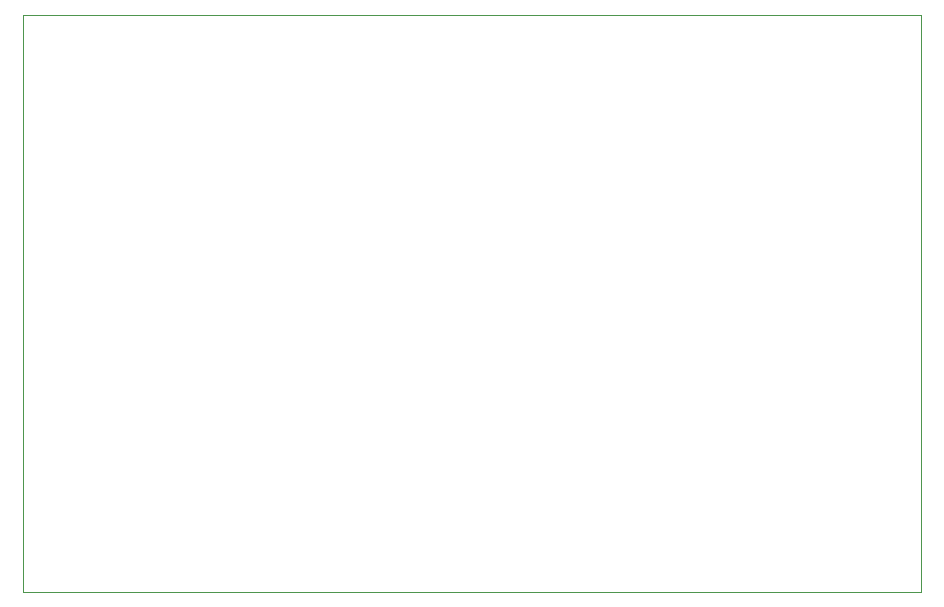
<source format=gko>
G04*
G04  File:            DXEMU_GERBER.GKO, Fri Jul 12 00:14:53 2019*
G04  Source:          P-CAD 2006 PCB, Version 19.02.958, (D:\retrocomputing\dxemu\PCB\temp\dxemu_gerber.pcb)*
G04  Format:          Gerber Format (RS-274-D), ASCII*
G04*
G04  Format Options:  Absolute Positioning*
G04                   Leading-Zero Suppression*
G04                   Scale Factor 1:1*
G04                   NO Circular Interpolation*
G04                   Inch Units*
G04                   Numeric Format: 4.4 (XXXX.XXXX)*
G04                   G54 NOT Used for Aperture Change*
G04                   Apertures Embedded*
G04*
G04  File Options:    Offset = (0.0mil,0.0mil)*
G04                   Drill Symbol Size = 80.0mil*
G04                   Pad/Via Holes*
G04*
G04  File Contents:   Pads*
G04                   Vias*
G04                   No Designators*
G04                   No Types*
G04                   No Values*
G04                   No Drill Symbols*
G04                   Board*
G04*
%INDXEMU_GERBER.GKO*%
%ICAS*%
%MOIN*%
G04*
G04  Aperture MACROs for general use --- invoked via D-code assignment *
G04*
G04  General MACRO for flashed round with rotation and/or offset hole *
%AMROTOFFROUND*
1,1,$1,0.0000,0.0000*
1,0,$2,$3,$4*%
G04*
G04  General MACRO for flashed oval (obround) with rotation and/or offset hole *
%AMROTOFFOVAL*
21,1,$1,$2,0.0000,0.0000,$3*
1,1,$4,$5,$6*
1,1,$4,0-$5,0-$6*
1,0,$7,$8,$9*%
G04*
G04  General MACRO for flashed oval (obround) with rotation and no hole *
%AMROTOVALNOHOLE*
21,1,$1,$2,0.0000,0.0000,$3*
1,1,$4,$5,$6*
1,1,$4,0-$5,0-$6*%
G04*
G04  General MACRO for flashed rectangle with rotation and/or offset hole *
%AMROTOFFRECT*
21,1,$1,$2,0.0000,0.0000,$3*
1,0,$4,$5,$6*%
G04*
G04  General MACRO for flashed rectangle with rotation and no hole *
%AMROTRECTNOHOLE*
21,1,$1,$2,0.0000,0.0000,$3*%
G04*
G04  General MACRO for flashed rounded-rectangle *
%AMROUNDRECT*
21,1,$1,$2-$4,0.0000,0.0000,$3*
21,1,$1-$4,$2,0.0000,0.0000,$3*
1,1,$4,$5,$6*
1,1,$4,$7,$8*
1,1,$4,0-$5,0-$6*
1,1,$4,0-$7,0-$8*
1,0,$9,$10,$11*%
G04*
G04  General MACRO for flashed rounded-rectangle with rotation and no hole *
%AMROUNDRECTNOHOLE*
21,1,$1,$2-$4,0.0000,0.0000,$3*
21,1,$1-$4,$2,0.0000,0.0000,$3*
1,1,$4,$5,$6*
1,1,$4,$7,$8*
1,1,$4,0-$5,0-$6*
1,1,$4,0-$7,0-$8*%
G04*
G04  General MACRO for flashed regular polygon *
%AMREGPOLY*
5,1,$1,0.0000,0.0000,$2,$3+$4*
1,0,$5,$6,$7*%
G04*
G04  General MACRO for flashed regular polygon with no hole *
%AMREGPOLYNOHOLE*
5,1,$1,0.0000,0.0000,$2,$3+$4*%
G04*
G04  General MACRO for target *
%AMTARGET*
6,0,0,$1,$2,$3,4,$4,$5,$6*%
G04*
G04  General MACRO for mounting hole *
%AMMTHOLE*
1,1,$1,0,0*
1,0,$2,0,0*
$1=$1-$2*
$1=$1/2*
21,1,$2+$1,$3,0,0,$4*
21,1,$3,$2+$1,0,0,$4*%
G04*
G04*
G04  D10 : "Ellipse X0.254mm Y0.254mm H0.000mm 0.0deg (0.000mm,0.000mm) Draw"*
G04  Disc: OuterDia=0.0100*
%ADD10C, 0.0100*%
G04  D11 : "Ellipse X0.300mm Y0.300mm H0.000mm 0.0deg (0.000mm,0.000mm) Draw"*
G04  Disc: OuterDia=0.0118*
%ADD11C, 0.0118*%
G04  D12 : "Ellipse X0.350mm Y0.350mm H0.000mm 0.0deg (0.000mm,0.000mm) Draw"*
G04  Disc: OuterDia=0.0138*
%ADD12C, 0.0138*%
G04  D13 : "Ellipse X0.400mm Y0.400mm H0.000mm 0.0deg (0.000mm,0.000mm) Draw"*
G04  Disc: OuterDia=0.0157*
%ADD13C, 0.0157*%
G04  D14 : "Ellipse X0.500mm Y0.500mm H0.000mm 0.0deg (0.000mm,0.000mm) Draw"*
G04  Disc: OuterDia=0.0197*
%ADD14C, 0.0197*%
G04  D15 : "Ellipse X0.100mm Y0.100mm H0.000mm 0.0deg (0.000mm,0.000mm) Draw"*
G04  Disc: OuterDia=0.0039*
%ADD15C, 0.0039*%
G04  D16 : "Ellipse X1.000mm Y1.000mm H0.000mm 0.0deg (0.000mm,0.000mm) Draw"*
G04  Disc: OuterDia=0.0394*
%ADD16C, 0.0394*%
G04  D17 : "Ellipse X0.130mm Y0.130mm H0.000mm 0.0deg (0.000mm,0.000mm) Draw"*
G04  Disc: OuterDia=0.0051*
%ADD17C, 0.0051*%
G04  D18 : "Ellipse X0.150mm Y0.150mm H0.000mm 0.0deg (0.000mm,0.000mm) Draw"*
G04  Disc: OuterDia=0.0059*
%ADD18C, 0.0059*%
G04  D19 : "Ellipse X0.200mm Y0.200mm H0.000mm 0.0deg (0.000mm,0.000mm) Draw"*
G04  Disc: OuterDia=0.0079*
%ADD19C, 0.0079*%
G04  D20 : "Ellipse X0.250mm Y0.250mm H0.000mm 0.0deg (0.000mm,0.000mm) Draw"*
G04  Disc: OuterDia=0.0098*
%ADD20C, 0.0098*%
G04  D21 : "Ellipse X1.500mm Y1.500mm H0.000mm 0.0deg (0.000mm,0.000mm) Flash"*
G04  Disc: OuterDia=0.0591*
%ADD21C, 0.0591*%
G04  D22 : "Ellipse X1.800mm Y1.800mm H0.000mm 0.0deg (0.000mm,0.000mm) Flash"*
G04  Disc: OuterDia=0.0709*
%ADD22C, 0.0709*%
G04  D23 : "Ellipse X1.881mm Y1.881mm H0.000mm 0.0deg (0.000mm,0.000mm) Flash"*
G04  Disc: OuterDia=0.0741*
%ADD23C, 0.0741*%
G04  D24 : "Ellipse X2.181mm Y2.181mm H0.000mm 0.0deg (0.000mm,0.000mm) Flash"*
G04  Disc: OuterDia=0.0859*
%ADD24C, 0.0859*%
G04  D25 : "Rounded Rectangle X0.850mm Y2.600mm H0.000mm 0.0deg (0.000mm,0.000mm) Flash"*
G04  RoundRct: DimX=0.0335, DimY=0.1024, CornerRad=0.0084, Rotation=0.0, OffsetX=0.0000, OffsetY=0.0000, HoleDia=0.0000 *
%ADD25ROUNDRECTNOHOLE, 0.0335 X0.1024 X0.0 X0.0167 X-0.0084 X-0.0428 X-0.0084 X0.0428*%
G04  D26 : "Rounded Rectangle X1.231mm Y2.981mm H0.000mm 0.0deg (0.000mm,0.000mm) Flash"*
G04  RoundRct: DimX=0.0485, DimY=0.1174, CornerRad=0.0121, Rotation=0.0, OffsetX=0.0000, OffsetY=0.0000, HoleDia=0.0000 *
%ADD26ROUNDRECTNOHOLE, 0.0485 X0.1174 X0.0 X0.0242 X-0.0121 X-0.0466 X-0.0121 X0.0466*%
G04  D27 : "Rounded Rectangle X1.500mm Y8.500mm H0.000mm 0.0deg (0.000mm,0.000mm) Flash"*
G04  RoundRct: DimX=0.0591, DimY=0.3346, CornerRad=0.0148, Rotation=0.0, OffsetX=0.0000, OffsetY=0.0000, HoleDia=0.0000 *
%ADD27ROUNDRECTNOHOLE, 0.0591 X0.3346 X0.0 X0.0295 X-0.0148 X-0.1526 X-0.0148 X0.1526*%
G04  D28 : "Rounded Rectangle X1.881mm Y8.881mm H0.000mm 0.0deg (0.000mm,0.000mm) Flash"*
G04  RoundRct: DimX=0.0741, DimY=0.3496, CornerRad=0.0185, Rotation=0.0, OffsetX=0.0000, OffsetY=0.0000, HoleDia=0.0000 *
%ADD28ROUNDRECTNOHOLE, 0.0741 X0.3496 X0.0 X0.0370 X-0.0185 X-0.1563 X-0.0185 X0.1563*%
G04  D29 : "Rounded Rectangle X1.000mm Y0.400mm H0.000mm 0.0deg (0.000mm,0.000mm) Flash"*
G04  RoundRct: DimX=0.0394, DimY=0.0157, CornerRad=0.0039, Rotation=0.0, OffsetX=0.0000, OffsetY=0.0000, HoleDia=0.0000 *
%ADD29ROUNDRECTNOHOLE, 0.0394 X0.0157 X0.0 X0.0079 X-0.0157 X-0.0039 X-0.0157 X0.0039*%
G04  D30 : "Rounded Rectangle X0.400mm Y1.000mm H0.000mm 0.0deg (0.000mm,0.000mm) Flash"*
G04  RoundRct: DimX=0.0157, DimY=0.0394, CornerRad=0.0039, Rotation=0.0, OffsetX=0.0000, OffsetY=0.0000, HoleDia=0.0000 *
%ADD30ROUNDRECTNOHOLE, 0.0157 X0.0394 X0.0 X0.0079 X-0.0039 X-0.0157 X-0.0039 X0.0157*%
G04  D31 : "Rounded Rectangle X0.600mm Y1.100mm H0.000mm 0.0deg (0.000mm,0.000mm) Flash"*
G04  RoundRct: DimX=0.0236, DimY=0.0433, CornerRad=0.0059, Rotation=0.0, OffsetX=0.0000, OffsetY=0.0000, HoleDia=0.0000 *
%ADD31ROUNDRECTNOHOLE, 0.0236 X0.0433 X0.0 X0.0118 X-0.0059 X-0.0157 X-0.0059 X0.0157*%
G04  D32 : "Rounded Rectangle X1.200mm Y0.800mm H0.000mm 0.0deg (0.000mm,0.000mm) Flash"*
G04  RoundRct: DimX=0.0472, DimY=0.0315, CornerRad=0.0079, Rotation=0.0, OffsetX=0.0000, OffsetY=0.0000, HoleDia=0.0000 *
%ADD32ROUNDRECTNOHOLE, 0.0472 X0.0315 X0.0 X0.0157 X-0.0157 X-0.0079 X-0.0157 X0.0079*%
G04  D33 : "Rounded Rectangle X0.800mm Y1.200mm H0.000mm 0.0deg (0.000mm,0.000mm) Flash"*
G04  RoundRct: DimX=0.0315, DimY=0.0472, CornerRad=0.0079, Rotation=0.0, OffsetX=0.0000, OffsetY=0.0000, HoleDia=0.0000 *
%ADD33ROUNDRECTNOHOLE, 0.0315 X0.0472 X0.0 X0.0157 X-0.0079 X-0.0157 X-0.0079 X0.0157*%
G04  D34 : "Rounded Rectangle X1.200mm Y1.300mm H0.000mm 0.0deg (0.000mm,0.000mm) Flash"*
G04  RoundRct: DimX=0.0472, DimY=0.0512, CornerRad=0.0118, Rotation=0.0, OffsetX=0.0000, OffsetY=0.0000, HoleDia=0.0000 *
%ADD34ROUNDRECTNOHOLE, 0.0472 X0.0512 X0.0 X0.0236 X-0.0118 X-0.0138 X-0.0118 X0.0138*%
G04  D35 : "Rounded Rectangle X1.300mm Y1.200mm H0.000mm 0.0deg (0.000mm,0.000mm) Flash"*
G04  RoundRct: DimX=0.0512, DimY=0.0472, CornerRad=0.0118, Rotation=0.0, OffsetX=0.0000, OffsetY=0.0000, HoleDia=0.0000 *
%ADD35ROUNDRECTNOHOLE, 0.0512 X0.0472 X0.0 X0.0236 X-0.0138 X-0.0118 X-0.0138 X0.0118*%
G04  D36 : "Rounded Rectangle X1.381mm Y0.781mm H0.000mm 0.0deg (0.000mm,0.000mm) Flash"*
G04  RoundRct: DimX=0.0544, DimY=0.0307, CornerRad=0.0077, Rotation=0.0, OffsetX=0.0000, OffsetY=0.0000, HoleDia=0.0000 *
%ADD36ROUNDRECTNOHOLE, 0.0544 X0.0307 X0.0 X0.0154 X-0.0195 X-0.0077 X-0.0195 X0.0077*%
G04  D37 : "Rounded Rectangle X0.781mm Y1.381mm H0.000mm 0.0deg (0.000mm,0.000mm) Flash"*
G04  RoundRct: DimX=0.0307, DimY=0.0544, CornerRad=0.0077, Rotation=0.0, OffsetX=0.0000, OffsetY=0.0000, HoleDia=0.0000 *
%ADD37ROUNDRECTNOHOLE, 0.0307 X0.0544 X0.0 X0.0154 X-0.0077 X-0.0195 X-0.0077 X0.0195*%
G04  D38 : "Rounded Rectangle X0.981mm Y1.481mm H0.000mm 0.0deg (0.000mm,0.000mm) Flash"*
G04  RoundRct: DimX=0.0386, DimY=0.0583, CornerRad=0.0097, Rotation=0.0, OffsetX=0.0000, OffsetY=0.0000, HoleDia=0.0000 *
%ADD38ROUNDRECTNOHOLE, 0.0386 X0.0583 X0.0 X0.0193 X-0.0097 X-0.0195 X-0.0097 X0.0195*%
G04  D39 : "Rounded Rectangle X1.500mm Y0.600mm H0.000mm 0.0deg (0.000mm,0.000mm) Flash"*
G04  RoundRct: DimX=0.0591, DimY=0.0236, CornerRad=0.0059, Rotation=0.0, OffsetX=0.0000, OffsetY=0.0000, HoleDia=0.0000 *
%ADD39ROUNDRECTNOHOLE, 0.0591 X0.0236 X0.0 X0.0118 X-0.0236 X-0.0059 X-0.0236 X0.0059*%
G04  D40 : "Rounded Rectangle X1.500mm Y1.500mm H0.000mm 0.0deg (0.000mm,0.000mm) Flash"*
G04  RoundRct: DimX=0.0591, DimY=0.0591, CornerRad=0.0148, Rotation=0.0, OffsetX=0.0000, OffsetY=0.0000, HoleDia=0.0000 *
%ADD40ROUNDRECTNOHOLE, 0.0591 X0.0591 X0.0 X0.0295 X-0.0148 X-0.0148 X-0.0148 X0.0148*%
G04  D41 : "Rounded Rectangle X1.581mm Y1.181mm H0.000mm 0.0deg (0.000mm,0.000mm) Flash"*
G04  RoundRct: DimX=0.0622, DimY=0.0465, CornerRad=0.0116, Rotation=0.0, OffsetX=0.0000, OffsetY=0.0000, HoleDia=0.0000 *
%ADD41ROUNDRECTNOHOLE, 0.0622 X0.0465 X0.0 X0.0232 X-0.0195 X-0.0116 X-0.0195 X0.0116*%
G04  D42 : "Rounded Rectangle X1.181mm Y1.581mm H0.000mm 0.0deg (0.000mm,0.000mm) Flash"*
G04  RoundRct: DimX=0.0465, DimY=0.0622, CornerRad=0.0116, Rotation=0.0, OffsetX=0.0000, OffsetY=0.0000, HoleDia=0.0000 *
%ADD42ROUNDRECTNOHOLE, 0.0465 X0.0622 X0.0 X0.0232 X-0.0116 X-0.0195 X-0.0116 X0.0195*%
G04  D43 : "Rounded Rectangle X1.581mm Y1.681mm H0.000mm 0.0deg (0.000mm,0.000mm) Flash"*
G04  RoundRct: DimX=0.0622, DimY=0.0662, CornerRad=0.0156, Rotation=0.0, OffsetX=0.0000, OffsetY=0.0000, HoleDia=0.0000 *
%ADD43ROUNDRECTNOHOLE, 0.0622 X0.0662 X0.0 X0.0311 X-0.0156 X-0.0175 X-0.0156 X0.0175*%
G04  D44 : "Rounded Rectangle X1.681mm Y1.581mm H0.000mm 0.0deg (0.000mm,0.000mm) Flash"*
G04  RoundRct: DimX=0.0662, DimY=0.0622, CornerRad=0.0156, Rotation=0.0, OffsetX=0.0000, OffsetY=0.0000, HoleDia=0.0000 *
%ADD44ROUNDRECTNOHOLE, 0.0662 X0.0622 X0.0 X0.0311 X-0.0175 X-0.0156 X-0.0175 X0.0156*%
G04  D45 : "Rounded Rectangle X1.400mm Y1.800mm H0.000mm 0.0deg (0.000mm,0.000mm) Flash"*
G04  RoundRct: DimX=0.0551, DimY=0.0709, CornerRad=0.0138, Rotation=0.0, OffsetX=0.0000, OffsetY=0.0000, HoleDia=0.0000 *
%ADD45ROUNDRECTNOHOLE, 0.0551 X0.0709 X0.0 X0.0276 X-0.0138 X-0.0217 X-0.0138 X0.0217*%
G04  D46 : "Rounded Rectangle X1.800mm Y1.800mm H0.000mm 0.0deg (0.000mm,0.000mm) Flash"*
G04  RoundRct: DimX=0.0709, DimY=0.0709, CornerRad=0.0177, Rotation=0.0, OffsetX=0.0000, OffsetY=0.0000, HoleDia=0.0000 *
%ADD46ROUNDRECTNOHOLE, 0.0709 X0.0709 X0.0 X0.0354 X-0.0177 X-0.0177 X-0.0177 X0.0177*%
G04  D47 : "Rounded Rectangle X1.881mm Y0.981mm H0.000mm 0.0deg (0.000mm,0.000mm) Flash"*
G04  RoundRct: DimX=0.0741, DimY=0.0386, CornerRad=0.0097, Rotation=0.0, OffsetX=0.0000, OffsetY=0.0000, HoleDia=0.0000 *
%ADD47ROUNDRECTNOHOLE, 0.0741 X0.0386 X0.0 X0.0193 X-0.0274 X-0.0097 X-0.0274 X0.0097*%
G04  D48 : "Rounded Rectangle X1.881mm Y1.881mm H0.000mm 0.0deg (0.000mm,0.000mm) Flash"*
G04  RoundRct: DimX=0.0741, DimY=0.0741, CornerRad=0.0185, Rotation=0.0, OffsetX=0.0000, OffsetY=0.0000, HoleDia=0.0000 *
%ADD48ROUNDRECTNOHOLE, 0.0741 X0.0741 X0.0 X0.0370 X-0.0185 X-0.0185 X-0.0185 X0.0185*%
G04  D49 : "Rounded Rectangle X2.000mm Y2.500mm H0.000mm 0.0deg (0.000mm,0.000mm) Flash"*
G04  RoundRct: DimX=0.0787, DimY=0.0984, CornerRad=0.0197, Rotation=0.0, OffsetX=0.0000, OffsetY=0.0000, HoleDia=0.0000 *
%ADD49ROUNDRECTNOHOLE, 0.0787 X0.0984 X0.0 X0.0394 X-0.0197 X-0.0295 X-0.0197 X0.0295*%
G04  D50 : "Rounded Rectangle X1.781mm Y2.181mm H0.000mm 0.0deg (0.000mm,0.000mm) Flash"*
G04  RoundRct: DimX=0.0701, DimY=0.0859, CornerRad=0.0175, Rotation=0.0, OffsetX=0.0000, OffsetY=0.0000, HoleDia=0.0000 *
%ADD50ROUNDRECTNOHOLE, 0.0701 X0.0859 X0.0 X0.0351 X-0.0175 X-0.0254 X-0.0175 X0.0254*%
G04  D51 : "Rounded Rectangle X2.181mm Y2.181mm H0.000mm 0.0deg (0.000mm,0.000mm) Flash"*
G04  RoundRct: DimX=0.0859, DimY=0.0859, CornerRad=0.0215, Rotation=0.0, OffsetX=0.0000, OffsetY=0.0000, HoleDia=0.0000 *
%ADD51ROUNDRECTNOHOLE, 0.0859 X0.0859 X0.0 X0.0429 X-0.0215 X-0.0215 X-0.0215 X0.0215*%
G04  D52 : "Rounded Rectangle X2.381mm Y2.881mm H0.000mm 0.0deg (0.000mm,0.000mm) Flash"*
G04  RoundRct: DimX=0.0937, DimY=0.1134, CornerRad=0.0234, Rotation=0.0, OffsetX=0.0000, OffsetY=0.0000, HoleDia=0.0000 *
%ADD52ROUNDRECTNOHOLE, 0.0937 X0.1134 X0.0 X0.0469 X-0.0234 X-0.0333 X-0.0234 X0.0333*%
G04  D53 : "Rectangle X1.600mm Y0.350mm H0.000mm 0.0deg (0.000mm,0.000mm) Flash"*
G04  Rectangular: DimX=0.0630, DimY=0.0138, Rotation=0.0, OffsetX=0.0000, OffsetY=0.0000, HoleDia=0.0000 *
%ADD53R, 0.0630 X0.0138*%
G04  D54 : "Rectangle X1.740mm Y0.490mm H0.000mm 0.0deg (0.000mm,0.000mm) Flash"*
G04  Rectangular: DimX=0.0685, DimY=0.0193, Rotation=0.0, OffsetX=0.0000, OffsetY=0.0000, HoleDia=0.0000 *
%ADD54R, 0.0685 X0.0193*%
G04  D55 : "Ellipse X0.500mm Y0.500mm H0.000mm 0.0deg (0.000mm,0.000mm) Flash"*
G04  Disc: OuterDia=0.0197*
%ADD55C, 0.0197*%
G04*
%FSLAX44Y44*%
%SFA1B1*%
%OFA0.0000B0.0000*%
G04*
G70*
G90*
G01*
D2*
%LNBoard*%
D15*
X21653Y86515*
Y67273D1*
X51574Y86515D2*
Y67273D1*
X21653D2*
X51574D1*
X21653Y86515D2*
X51574D1*
D02M02*

</source>
